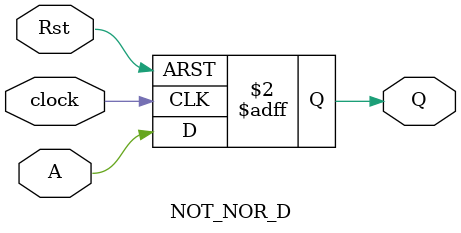
<source format=v>
module NOT_NOR_D (
    input A, 
    input Rst, 
    input clock, 
    output reg Q
);

always @(posedge clock or posedge Rst) begin
    if (Rst)
        Q <= 1'b0;
    else
        Q <= A;
end

endmodule


</source>
